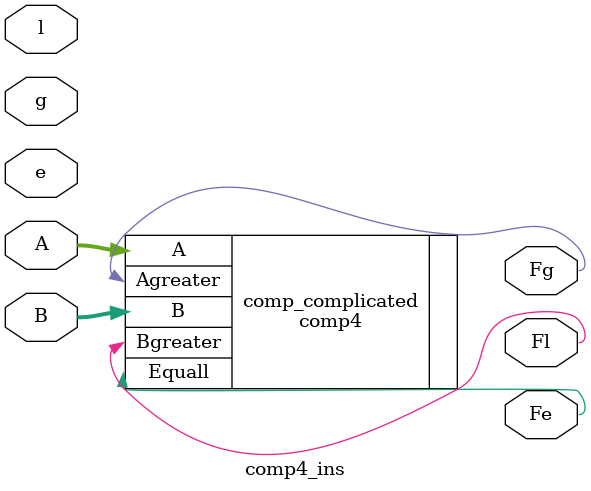
<source format=v>
module comp4_ins (A , B , e , l , g , Fe , Fg , Fl);
input wire [3:0] A ;
input wire [3:0] B ;
input wire e ;
input wire g ;
input wire l ;
output wire Fe , Fg , Fl ;

comp4 comp_complicated (

    .A(A),
    .B(B),
    .Agreater(Fg) ,
    .Bgreater(Fl) , 
    .Equall(Fe)
);


    
endmodule
</source>
